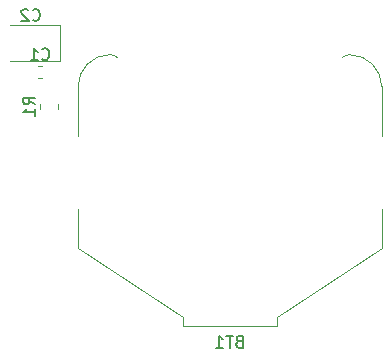
<source format=gbo>
%TF.GenerationSoftware,KiCad,Pcbnew,(5.1.8)-1*%
%TF.CreationDate,2021-05-19T16:17:09+03:00*%
%TF.ProjectId,Thermometer,54686572-6d6f-46d6-9574-65722e6b6963,rev?*%
%TF.SameCoordinates,Original*%
%TF.FileFunction,Legend,Bot*%
%TF.FilePolarity,Positive*%
%FSLAX46Y46*%
G04 Gerber Fmt 4.6, Leading zero omitted, Abs format (unit mm)*
G04 Created by KiCad (PCBNEW (5.1.8)-1) date 2021-05-19 16:17:09*
%MOMM*%
%LPD*%
G01*
G04 APERTURE LIST*
%ADD10C,0.120000*%
%ADD11C,0.150000*%
G04 APERTURE END LIST*
D10*
%TO.C,BT1*%
X125635200Y-79475400D02*
X125635200Y-75275400D01*
X99935200Y-79475400D02*
X99935200Y-75275400D01*
X125635200Y-88975400D02*
X125635200Y-85675400D01*
X116735200Y-94825400D02*
X125635200Y-88975400D01*
X116735200Y-95625400D02*
X116735200Y-94825400D01*
X108835200Y-95625400D02*
X116735200Y-95625400D01*
X108835200Y-95625400D02*
X108835200Y-94825400D01*
X108835200Y-94825400D02*
X99935200Y-88975400D01*
X99935200Y-88975400D02*
X99935200Y-85675400D01*
X122263449Y-72903649D02*
G75*
G02*
X122935200Y-72625400I671751J-671751D01*
G01*
X103306951Y-72903649D02*
G75*
G03*
X102635200Y-72625400I-671751J-671751D01*
G01*
X99935200Y-75325400D02*
G75*
G02*
X102635200Y-72625400I2700000J0D01*
G01*
X125635200Y-75325400D02*
G75*
G03*
X122935200Y-72625400I-2700000J0D01*
G01*
%TO.C,C1*%
X96863780Y-74576400D02*
X96582620Y-74576400D01*
X96863780Y-73556400D02*
X96582620Y-73556400D01*
%TO.C,R1*%
X98220200Y-76783836D02*
X98220200Y-77237964D01*
X96750200Y-76783836D02*
X96750200Y-77237964D01*
%TO.C,C2*%
X98383900Y-73163400D02*
X94173900Y-73163400D01*
X98383900Y-70143400D02*
X98383900Y-73163400D01*
X94173900Y-70143400D02*
X98383900Y-70143400D01*
%TO.C,BT1*%
D11*
X113570914Y-96903971D02*
X113428057Y-96951590D01*
X113380438Y-96999209D01*
X113332819Y-97094447D01*
X113332819Y-97237304D01*
X113380438Y-97332542D01*
X113428057Y-97380161D01*
X113523295Y-97427780D01*
X113904247Y-97427780D01*
X113904247Y-96427780D01*
X113570914Y-96427780D01*
X113475676Y-96475400D01*
X113428057Y-96523019D01*
X113380438Y-96618257D01*
X113380438Y-96713495D01*
X113428057Y-96808733D01*
X113475676Y-96856352D01*
X113570914Y-96903971D01*
X113904247Y-96903971D01*
X113047104Y-96427780D02*
X112475676Y-96427780D01*
X112761390Y-97427780D02*
X112761390Y-96427780D01*
X111618533Y-97427780D02*
X112189961Y-97427780D01*
X111904247Y-97427780D02*
X111904247Y-96427780D01*
X111999485Y-96570638D01*
X112094723Y-96665876D01*
X112189961Y-96713495D01*
%TO.C,C1*%
X96889866Y-72993542D02*
X96937485Y-73041161D01*
X97080342Y-73088780D01*
X97175580Y-73088780D01*
X97318438Y-73041161D01*
X97413676Y-72945923D01*
X97461295Y-72850685D01*
X97508914Y-72660209D01*
X97508914Y-72517352D01*
X97461295Y-72326876D01*
X97413676Y-72231638D01*
X97318438Y-72136400D01*
X97175580Y-72088780D01*
X97080342Y-72088780D01*
X96937485Y-72136400D01*
X96889866Y-72184019D01*
X95937485Y-73088780D02*
X96508914Y-73088780D01*
X96223200Y-73088780D02*
X96223200Y-72088780D01*
X96318438Y-72231638D01*
X96413676Y-72326876D01*
X96508914Y-72374495D01*
%TO.C,R1*%
X96287580Y-76844233D02*
X95811390Y-76510900D01*
X96287580Y-76272804D02*
X95287580Y-76272804D01*
X95287580Y-76653757D01*
X95335200Y-76748995D01*
X95382819Y-76796614D01*
X95478057Y-76844233D01*
X95620914Y-76844233D01*
X95716152Y-76796614D01*
X95763771Y-76748995D01*
X95811390Y-76653757D01*
X95811390Y-76272804D01*
X96287580Y-77796614D02*
X96287580Y-77225185D01*
X96287580Y-77510900D02*
X95287580Y-77510900D01*
X95430438Y-77415661D01*
X95525676Y-77320423D01*
X95573295Y-77225185D01*
%TO.C,C2*%
X96090566Y-69660542D02*
X96138185Y-69708161D01*
X96281042Y-69755780D01*
X96376280Y-69755780D01*
X96519138Y-69708161D01*
X96614376Y-69612923D01*
X96661995Y-69517685D01*
X96709614Y-69327209D01*
X96709614Y-69184352D01*
X96661995Y-68993876D01*
X96614376Y-68898638D01*
X96519138Y-68803400D01*
X96376280Y-68755780D01*
X96281042Y-68755780D01*
X96138185Y-68803400D01*
X96090566Y-68851019D01*
X95709614Y-68851019D02*
X95661995Y-68803400D01*
X95566757Y-68755780D01*
X95328661Y-68755780D01*
X95233423Y-68803400D01*
X95185804Y-68851019D01*
X95138185Y-68946257D01*
X95138185Y-69041495D01*
X95185804Y-69184352D01*
X95757233Y-69755780D01*
X95138185Y-69755780D01*
%TD*%
M02*

</source>
